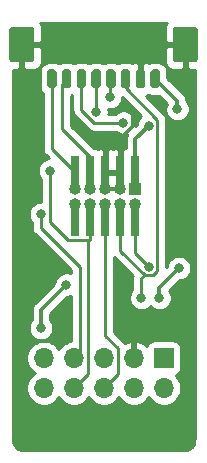
<source format=gbr>
%TF.GenerationSoftware,KiCad,Pcbnew,5.1.10*%
%TF.CreationDate,2021-08-08T15:42:29+02:00*%
%TF.ProjectId,debugconn,64656275-6763-46f6-9e6e-2e6b69636164,rev?*%
%TF.SameCoordinates,Original*%
%TF.FileFunction,Copper,L1,Top*%
%TF.FilePolarity,Positive*%
%FSLAX46Y46*%
G04 Gerber Fmt 4.6, Leading zero omitted, Abs format (unit mm)*
G04 Created by KiCad (PCBNEW 5.1.10) date 2021-08-08 15:42:29*
%MOMM*%
%LPD*%
G01*
G04 APERTURE LIST*
%TA.AperFunction,ComponentPad*%
%ADD10O,1.000000X1.000000*%
%TD*%
%TA.AperFunction,ComponentPad*%
%ADD11R,1.000000X1.000000*%
%TD*%
%TA.AperFunction,SMDPad,CuDef*%
%ADD12R,0.740000X2.790000*%
%TD*%
%TA.AperFunction,ComponentPad*%
%ADD13O,1.700000X1.700000*%
%TD*%
%TA.AperFunction,ComponentPad*%
%ADD14R,1.700000X1.700000*%
%TD*%
%TA.AperFunction,ViaPad*%
%ADD15C,0.800000*%
%TD*%
%TA.AperFunction,Conductor*%
%ADD16C,0.250000*%
%TD*%
%TA.AperFunction,Conductor*%
%ADD17C,0.300000*%
%TD*%
%TA.AperFunction,Conductor*%
%ADD18C,0.254000*%
%TD*%
%TA.AperFunction,Conductor*%
%ADD19C,0.100000*%
%TD*%
G04 APERTURE END LIST*
D10*
%TO.P,J2,10*%
%TO.N,/~RESET~*%
X153035000Y-76835000D03*
%TO.P,J2,9*%
%TO.N,/UNK2_GNDdetect*%
X153035000Y-75565000D03*
%TO.P,J2,8*%
%TO.N,/TDI*%
X154305000Y-76835000D03*
%TO.P,J2,7*%
%TO.N,/UNK1_KEY*%
X154305000Y-75565000D03*
%TO.P,J2,6*%
%TO.N,/SWO_TDO*%
X155575000Y-76835000D03*
%TO.P,J2,5*%
%TO.N,/GND*%
X155575000Y-75565000D03*
%TO.P,J2,4*%
%TO.N,/SWCLK_TCK*%
X156845000Y-76835000D03*
%TO.P,J2,3*%
%TO.N,/GND*%
X156845000Y-75565000D03*
%TO.P,J2,2*%
%TO.N,/SWDIO_TMS*%
X158115000Y-76835000D03*
D11*
%TO.P,J2,1*%
%TO.N,/VCC*%
X158115000Y-75565000D03*
%TD*%
D12*
%TO.P,J4,1*%
%TO.N,/VCC*%
X158115000Y-74165000D03*
%TO.P,J4,2*%
%TO.N,/SWDIO_TMS*%
X158115000Y-78235000D03*
%TO.P,J4,3*%
%TO.N,/GND*%
X156845000Y-74165000D03*
%TO.P,J4,4*%
%TO.N,/SWCLK_TCK*%
X156845000Y-78235000D03*
%TO.P,J4,5*%
%TO.N,/GND*%
X155575000Y-74165000D03*
%TO.P,J4,6*%
%TO.N,/SWO_TDO*%
X155575000Y-78235000D03*
%TO.P,J4,7*%
%TO.N,/UNK1_KEY*%
X154305000Y-74165000D03*
%TO.P,J4,8*%
%TO.N,/TDI*%
X154305000Y-78235000D03*
%TO.P,J4,9*%
%TO.N,/UNK2_GNDdetect*%
X153035000Y-74165000D03*
%TO.P,J4,10*%
%TO.N,/~RESET~*%
X153035000Y-78235000D03*
%TD*%
%TO.P,J3,MP*%
%TO.N,/GND*%
%TA.AperFunction,SMDPad,CuDef*%
G36*
G01*
X149546000Y-62125900D02*
X149546000Y-64626100D01*
G75*
G02*
X149296100Y-64876000I-249900J0D01*
G01*
X147695900Y-64876000D01*
G75*
G02*
X147446000Y-64626100I0J249900D01*
G01*
X147446000Y-62125900D01*
G75*
G02*
X147695900Y-61876000I249900J0D01*
G01*
X149296100Y-61876000D01*
G75*
G02*
X149546000Y-62125900I0J-249900D01*
G01*
G37*
%TD.AperFunction*%
%TA.AperFunction,SMDPad,CuDef*%
G36*
G01*
X163396000Y-62125900D02*
X163396000Y-64626100D01*
G75*
G02*
X163146100Y-64876000I-249900J0D01*
G01*
X161545900Y-64876000D01*
G75*
G02*
X161296000Y-64626100I0J249900D01*
G01*
X161296000Y-62125900D01*
G75*
G02*
X161545900Y-61876000I249900J0D01*
G01*
X163146100Y-61876000D01*
G75*
G02*
X163396000Y-62125900I0J-249900D01*
G01*
G37*
%TD.AperFunction*%
%TO.P,J3,8*%
%TO.N,/UNK2_GNDdetect*%
%TA.AperFunction,SMDPad,CuDef*%
G36*
G01*
X151446000Y-65676000D02*
X151446000Y-66876000D01*
G75*
G02*
X151246000Y-67076000I-200000J0D01*
G01*
X150846000Y-67076000D01*
G75*
G02*
X150646000Y-66876000I0J200000D01*
G01*
X150646000Y-65676000D01*
G75*
G02*
X150846000Y-65476000I200000J0D01*
G01*
X151246000Y-65476000D01*
G75*
G02*
X151446000Y-65676000I0J-200000D01*
G01*
G37*
%TD.AperFunction*%
%TO.P,J3,7*%
%TO.N,/UNK1_KEY*%
%TA.AperFunction,SMDPad,CuDef*%
G36*
G01*
X152696000Y-65676000D02*
X152696000Y-66876000D01*
G75*
G02*
X152496000Y-67076000I-200000J0D01*
G01*
X152096000Y-67076000D01*
G75*
G02*
X151896000Y-66876000I0J200000D01*
G01*
X151896000Y-65676000D01*
G75*
G02*
X152096000Y-65476000I200000J0D01*
G01*
X152496000Y-65476000D01*
G75*
G02*
X152696000Y-65676000I0J-200000D01*
G01*
G37*
%TD.AperFunction*%
%TO.P,J3,6*%
%TO.N,/SWDIO_TMS*%
%TA.AperFunction,SMDPad,CuDef*%
G36*
G01*
X153946000Y-65676000D02*
X153946000Y-66876000D01*
G75*
G02*
X153746000Y-67076000I-200000J0D01*
G01*
X153346000Y-67076000D01*
G75*
G02*
X153146000Y-66876000I0J200000D01*
G01*
X153146000Y-65676000D01*
G75*
G02*
X153346000Y-65476000I200000J0D01*
G01*
X153746000Y-65476000D01*
G75*
G02*
X153946000Y-65676000I0J-200000D01*
G01*
G37*
%TD.AperFunction*%
%TO.P,J3,5*%
%TO.N,/SWO_TDO*%
%TA.AperFunction,SMDPad,CuDef*%
G36*
G01*
X155196000Y-65676000D02*
X155196000Y-66876000D01*
G75*
G02*
X154996000Y-67076000I-200000J0D01*
G01*
X154596000Y-67076000D01*
G75*
G02*
X154396000Y-66876000I0J200000D01*
G01*
X154396000Y-65676000D01*
G75*
G02*
X154596000Y-65476000I200000J0D01*
G01*
X154996000Y-65476000D01*
G75*
G02*
X155196000Y-65676000I0J-200000D01*
G01*
G37*
%TD.AperFunction*%
%TO.P,J3,4*%
%TO.N,/TDI*%
%TA.AperFunction,SMDPad,CuDef*%
G36*
G01*
X156446000Y-65676000D02*
X156446000Y-66876000D01*
G75*
G02*
X156246000Y-67076000I-200000J0D01*
G01*
X155846000Y-67076000D01*
G75*
G02*
X155646000Y-66876000I0J200000D01*
G01*
X155646000Y-65676000D01*
G75*
G02*
X155846000Y-65476000I200000J0D01*
G01*
X156246000Y-65476000D01*
G75*
G02*
X156446000Y-65676000I0J-200000D01*
G01*
G37*
%TD.AperFunction*%
%TO.P,J3,3*%
%TO.N,/SWCLK_TCK*%
%TA.AperFunction,SMDPad,CuDef*%
G36*
G01*
X157696000Y-65676000D02*
X157696000Y-66876000D01*
G75*
G02*
X157496000Y-67076000I-200000J0D01*
G01*
X157096000Y-67076000D01*
G75*
G02*
X156896000Y-66876000I0J200000D01*
G01*
X156896000Y-65676000D01*
G75*
G02*
X157096000Y-65476000I200000J0D01*
G01*
X157496000Y-65476000D01*
G75*
G02*
X157696000Y-65676000I0J-200000D01*
G01*
G37*
%TD.AperFunction*%
%TO.P,J3,2*%
%TO.N,/GND*%
%TA.AperFunction,SMDPad,CuDef*%
G36*
G01*
X158946000Y-65676000D02*
X158946000Y-66876000D01*
G75*
G02*
X158746000Y-67076000I-200000J0D01*
G01*
X158346000Y-67076000D01*
G75*
G02*
X158146000Y-66876000I0J200000D01*
G01*
X158146000Y-65676000D01*
G75*
G02*
X158346000Y-65476000I200000J0D01*
G01*
X158746000Y-65476000D01*
G75*
G02*
X158946000Y-65676000I0J-200000D01*
G01*
G37*
%TD.AperFunction*%
%TO.P,J3,1*%
%TO.N,/VCC*%
%TA.AperFunction,SMDPad,CuDef*%
G36*
G01*
X160196000Y-65676000D02*
X160196000Y-66876000D01*
G75*
G02*
X159996000Y-67076000I-200000J0D01*
G01*
X159596000Y-67076000D01*
G75*
G02*
X159396000Y-66876000I0J200000D01*
G01*
X159396000Y-65676000D01*
G75*
G02*
X159596000Y-65476000I200000J0D01*
G01*
X159996000Y-65476000D01*
G75*
G02*
X160196000Y-65676000I0J-200000D01*
G01*
G37*
%TD.AperFunction*%
%TD*%
D13*
%TO.P,J1,10*%
%TO.N,/~RESET~*%
X150368000Y-92456000D03*
%TO.P,J1,9*%
%TO.N,/UNK2_GNDdetect*%
X150368000Y-89916000D03*
%TO.P,J1,8*%
%TO.N,/TDI*%
X152908000Y-92456000D03*
%TO.P,J1,7*%
%TO.N,/UNK1_KEY*%
X152908000Y-89916000D03*
%TO.P,J1,6*%
%TO.N,/SWO_TDO*%
X155448000Y-92456000D03*
%TO.P,J1,5*%
%TO.N,/GND*%
X155448000Y-89916000D03*
%TO.P,J1,4*%
%TO.N,/SWCLK_TCK*%
X157988000Y-92456000D03*
%TO.P,J1,3*%
%TO.N,/GND*%
X157988000Y-89916000D03*
%TO.P,J1,2*%
%TO.N,/SWDIO_TMS*%
X160528000Y-92456000D03*
D14*
%TO.P,J1,1*%
%TO.N,/VCC*%
X160528000Y-89916000D03*
%TD*%
D15*
%TO.N,/VCC*%
X152273000Y-83693000D03*
%TO.N,/GND*%
X157353000Y-68580000D03*
%TO.N,/SWDIO_TMS*%
X157099000Y-69977000D03*
%TO.N,/TDI*%
X150876000Y-74041000D03*
X155956000Y-67818000D03*
%TO.N,/UNK1_KEY*%
X150114000Y-77724000D03*
%TO.N,/SWO_TDO*%
X154813000Y-69088000D03*
%TO.N,/GND*%
X160528000Y-68453000D03*
X149987000Y-68961000D03*
%TO.N,/SWDIO_TMS*%
X159258000Y-82169000D03*
%TO.N,/VCC*%
X161671000Y-68834000D03*
X159258000Y-70231000D03*
%TO.N,/SWCLK_TCK*%
X158623000Y-84836000D03*
%TO.N,/VCC*%
X160147000Y-84836000D03*
X161798000Y-82296000D03*
X150114000Y-87376000D03*
%TO.N,/GND*%
X153035000Y-70231000D03*
%TD*%
D16*
%TO.N,/~RESET~*%
X153035000Y-76835000D02*
X153035000Y-78235000D01*
%TO.N,/UNK2_GNDdetect*%
X153035000Y-74165000D02*
X153035000Y-75565000D01*
X151046000Y-72176000D02*
X151046000Y-66276000D01*
X153035000Y-74165000D02*
X151046000Y-72176000D01*
%TO.N,/TDI*%
X154305000Y-76835000D02*
X154305000Y-76708000D01*
X154305000Y-76708000D02*
X154305000Y-78235000D01*
X150876000Y-74041000D02*
X150876000Y-74041000D01*
X154229999Y-79955001D02*
X154305000Y-79880000D01*
X152404999Y-79955001D02*
X154229999Y-79955001D01*
X150876000Y-78426002D02*
X152404999Y-79955001D01*
X154305000Y-79880000D02*
X154305000Y-78235000D01*
X150876000Y-74041000D02*
X150876000Y-78426002D01*
X154083001Y-91280999D02*
X154083001Y-80042001D01*
X152908000Y-92456000D02*
X154083001Y-91280999D01*
X155956000Y-66366000D02*
X156046000Y-66276000D01*
X155956000Y-67818000D02*
X155956000Y-66366000D01*
%TO.N,/UNK1_KEY*%
X154305000Y-75565000D02*
X154305000Y-74165000D01*
X151896000Y-66676000D02*
X152296000Y-66276000D01*
X151896000Y-70489000D02*
X151896000Y-66676000D01*
X154305000Y-72898000D02*
X151896000Y-70489000D01*
X154305000Y-74165000D02*
X154305000Y-72898000D01*
X153416000Y-82169000D02*
X153416000Y-89408000D01*
X153416000Y-89408000D02*
X152908000Y-89916000D01*
X150114000Y-78867000D02*
X150114000Y-77724000D01*
X153416000Y-82169000D02*
X150114000Y-78867000D01*
%TO.N,/SWO_TDO*%
X155575000Y-76835000D02*
X155575000Y-78235000D01*
X154813000Y-66293000D02*
X154796000Y-66276000D01*
X154813000Y-69088000D02*
X154813000Y-66293000D01*
X155575000Y-78235000D02*
X155575000Y-88049998D01*
X155448000Y-92456000D02*
X156623001Y-91280999D01*
X156623001Y-91280999D02*
X156623001Y-89097999D01*
X156623001Y-89097999D02*
X155575000Y-88049998D01*
D17*
%TO.N,/GND*%
X156845000Y-74165000D02*
X156845000Y-75565000D01*
X155575000Y-74165000D02*
X155575000Y-75565000D01*
X156845000Y-75565000D02*
X155575000Y-75565000D01*
X156845000Y-74165000D02*
X155575000Y-74165000D01*
D16*
%TO.N,/SWCLK_TCK*%
X156845000Y-76835000D02*
X156845000Y-78235000D01*
X159983001Y-82517001D02*
X159983001Y-69763001D01*
X159606001Y-82894001D02*
X159983001Y-82517001D01*
X159983001Y-69763001D02*
X157296000Y-67076000D01*
X157296000Y-67076000D02*
X157296000Y-66276000D01*
X156845000Y-80829002D02*
X158909999Y-82894001D01*
X156845000Y-78235000D02*
X156845000Y-80829002D01*
%TO.N,/SWDIO_TMS*%
X158115000Y-78235000D02*
X158115000Y-76835000D01*
X158115000Y-78235000D02*
X158115000Y-81026000D01*
X158115000Y-81026000D02*
X159258000Y-82169000D01*
X159258000Y-82169000D02*
X159258000Y-82169000D01*
X153546000Y-68894002D02*
X153546000Y-66276000D01*
X154647997Y-69995999D02*
X153546000Y-68894002D01*
X157080001Y-69995999D02*
X154647997Y-69995999D01*
D17*
%TO.N,/VCC*%
X158115000Y-74165000D02*
X158115000Y-75565000D01*
X161671000Y-68151000D02*
X159796000Y-66276000D01*
X161671000Y-68834000D02*
X161671000Y-68151000D01*
X158115000Y-74165000D02*
X158115000Y-71374000D01*
X158115000Y-71374000D02*
X159258000Y-70231000D01*
X159258000Y-70231000D02*
X159258000Y-70231000D01*
D16*
%TO.N,/SWCLK_TCK*%
X158623000Y-83181000D02*
X158909999Y-82894001D01*
X158623000Y-84836000D02*
X158623000Y-83181000D01*
X159606001Y-82894001D02*
X158909999Y-82894001D01*
D17*
%TO.N,/VCC*%
X160147000Y-83947000D02*
X161798000Y-82296000D01*
X160147000Y-84836000D02*
X160147000Y-83947000D01*
%TO.N,/GND*%
X157879999Y-70306003D02*
X157879999Y-69106999D01*
X157879999Y-69106999D02*
X157353000Y-68580000D01*
X156845000Y-71341002D02*
X157879999Y-70306003D01*
X156845000Y-74165000D02*
X156845000Y-71341002D01*
%TO.N,/VCC*%
X150114000Y-85852000D02*
X152273000Y-83693000D01*
X150114000Y-87376000D02*
X150114000Y-85852000D01*
%TD*%
D18*
%TO.N,/GND*%
X160765463Y-61521506D02*
X160706498Y-61631820D01*
X160670188Y-61751518D01*
X160657928Y-61876000D01*
X160661000Y-63090250D01*
X160819750Y-63249000D01*
X162219000Y-63249000D01*
X162219000Y-63229000D01*
X162473000Y-63229000D01*
X162473000Y-63249000D01*
X162493000Y-63249000D01*
X162493000Y-63503000D01*
X162473000Y-63503000D01*
X162473000Y-65352250D01*
X162631750Y-65511000D01*
X163145000Y-65513063D01*
X163145001Y-96725052D01*
X163124424Y-96821858D01*
X163123388Y-96831717D01*
X163101157Y-97058449D01*
X163055433Y-97209893D01*
X162981163Y-97349575D01*
X162881175Y-97472174D01*
X162759280Y-97573014D01*
X162620116Y-97648259D01*
X162468996Y-97695039D01*
X162242424Y-97718852D01*
X162219681Y-97723521D01*
X162165673Y-97729006D01*
X162129711Y-97740000D01*
X148765943Y-97740000D01*
X148669142Y-97719424D01*
X148659283Y-97718388D01*
X148432551Y-97696157D01*
X148281107Y-97650433D01*
X148141425Y-97576163D01*
X148018826Y-97476175D01*
X147917986Y-97354280D01*
X147842741Y-97215116D01*
X147795961Y-97063996D01*
X147772148Y-96837424D01*
X147767479Y-96814681D01*
X147761994Y-96760673D01*
X147751000Y-96724711D01*
X147751000Y-89769740D01*
X148883000Y-89769740D01*
X148883000Y-90062260D01*
X148940068Y-90349158D01*
X149052010Y-90619411D01*
X149214525Y-90862632D01*
X149421368Y-91069475D01*
X149595760Y-91186000D01*
X149421368Y-91302525D01*
X149214525Y-91509368D01*
X149052010Y-91752589D01*
X148940068Y-92022842D01*
X148883000Y-92309740D01*
X148883000Y-92602260D01*
X148940068Y-92889158D01*
X149052010Y-93159411D01*
X149214525Y-93402632D01*
X149421368Y-93609475D01*
X149664589Y-93771990D01*
X149934842Y-93883932D01*
X150221740Y-93941000D01*
X150514260Y-93941000D01*
X150801158Y-93883932D01*
X151071411Y-93771990D01*
X151314632Y-93609475D01*
X151521475Y-93402632D01*
X151638000Y-93228240D01*
X151754525Y-93402632D01*
X151961368Y-93609475D01*
X152204589Y-93771990D01*
X152474842Y-93883932D01*
X152761740Y-93941000D01*
X153054260Y-93941000D01*
X153341158Y-93883932D01*
X153611411Y-93771990D01*
X153854632Y-93609475D01*
X154061475Y-93402632D01*
X154178000Y-93228240D01*
X154294525Y-93402632D01*
X154501368Y-93609475D01*
X154744589Y-93771990D01*
X155014842Y-93883932D01*
X155301740Y-93941000D01*
X155594260Y-93941000D01*
X155881158Y-93883932D01*
X156151411Y-93771990D01*
X156394632Y-93609475D01*
X156601475Y-93402632D01*
X156718000Y-93228240D01*
X156834525Y-93402632D01*
X157041368Y-93609475D01*
X157284589Y-93771990D01*
X157554842Y-93883932D01*
X157841740Y-93941000D01*
X158134260Y-93941000D01*
X158421158Y-93883932D01*
X158691411Y-93771990D01*
X158934632Y-93609475D01*
X159141475Y-93402632D01*
X159258000Y-93228240D01*
X159374525Y-93402632D01*
X159581368Y-93609475D01*
X159824589Y-93771990D01*
X160094842Y-93883932D01*
X160381740Y-93941000D01*
X160674260Y-93941000D01*
X160961158Y-93883932D01*
X161231411Y-93771990D01*
X161474632Y-93609475D01*
X161681475Y-93402632D01*
X161843990Y-93159411D01*
X161955932Y-92889158D01*
X162013000Y-92602260D01*
X162013000Y-92309740D01*
X161955932Y-92022842D01*
X161843990Y-91752589D01*
X161681475Y-91509368D01*
X161549620Y-91377513D01*
X161622180Y-91355502D01*
X161732494Y-91296537D01*
X161829185Y-91217185D01*
X161908537Y-91120494D01*
X161967502Y-91010180D01*
X162003812Y-90890482D01*
X162016072Y-90766000D01*
X162016072Y-89066000D01*
X162003812Y-88941518D01*
X161967502Y-88821820D01*
X161908537Y-88711506D01*
X161829185Y-88614815D01*
X161732494Y-88535463D01*
X161622180Y-88476498D01*
X161502482Y-88440188D01*
X161378000Y-88427928D01*
X159678000Y-88427928D01*
X159553518Y-88440188D01*
X159433820Y-88476498D01*
X159323506Y-88535463D01*
X159226815Y-88614815D01*
X159147463Y-88711506D01*
X159088498Y-88821820D01*
X159064034Y-88902466D01*
X158988269Y-88818412D01*
X158754920Y-88644359D01*
X158492099Y-88519175D01*
X158344890Y-88474524D01*
X158115000Y-88595845D01*
X158115000Y-89789000D01*
X158135000Y-89789000D01*
X158135000Y-90043000D01*
X158115000Y-90043000D01*
X158115000Y-90063000D01*
X157861000Y-90063000D01*
X157861000Y-90043000D01*
X157841000Y-90043000D01*
X157841000Y-89789000D01*
X157861000Y-89789000D01*
X157861000Y-88595845D01*
X157631110Y-88474524D01*
X157483901Y-88519175D01*
X157230280Y-88639977D01*
X157163002Y-88557998D01*
X157134004Y-88534200D01*
X156335000Y-87735197D01*
X156335000Y-81393803D01*
X157897089Y-82955892D01*
X157873998Y-83032015D01*
X157859324Y-83181000D01*
X157863001Y-83218332D01*
X157863000Y-84132289D01*
X157819063Y-84176226D01*
X157705795Y-84345744D01*
X157627774Y-84534102D01*
X157588000Y-84734061D01*
X157588000Y-84937939D01*
X157627774Y-85137898D01*
X157705795Y-85326256D01*
X157819063Y-85495774D01*
X157963226Y-85639937D01*
X158132744Y-85753205D01*
X158321102Y-85831226D01*
X158521061Y-85871000D01*
X158724939Y-85871000D01*
X158924898Y-85831226D01*
X159113256Y-85753205D01*
X159282774Y-85639937D01*
X159385000Y-85537711D01*
X159487226Y-85639937D01*
X159656744Y-85753205D01*
X159845102Y-85831226D01*
X160045061Y-85871000D01*
X160248939Y-85871000D01*
X160448898Y-85831226D01*
X160637256Y-85753205D01*
X160806774Y-85639937D01*
X160950937Y-85495774D01*
X161064205Y-85326256D01*
X161142226Y-85137898D01*
X161182000Y-84937939D01*
X161182000Y-84734061D01*
X161142226Y-84534102D01*
X161064205Y-84345744D01*
X160981776Y-84222381D01*
X161873157Y-83331000D01*
X161899939Y-83331000D01*
X162099898Y-83291226D01*
X162288256Y-83213205D01*
X162457774Y-83099937D01*
X162601937Y-82955774D01*
X162715205Y-82786256D01*
X162793226Y-82597898D01*
X162833000Y-82397939D01*
X162833000Y-82194061D01*
X162793226Y-81994102D01*
X162715205Y-81805744D01*
X162601937Y-81636226D01*
X162457774Y-81492063D01*
X162288256Y-81378795D01*
X162099898Y-81300774D01*
X161899939Y-81261000D01*
X161696061Y-81261000D01*
X161496102Y-81300774D01*
X161307744Y-81378795D01*
X161138226Y-81492063D01*
X160994063Y-81636226D01*
X160880795Y-81805744D01*
X160802774Y-81994102D01*
X160763000Y-82194061D01*
X160763000Y-82220843D01*
X160743001Y-82240842D01*
X160743001Y-69800323D01*
X160746677Y-69763000D01*
X160743001Y-69725677D01*
X160743001Y-69725668D01*
X160732004Y-69614015D01*
X160688547Y-69470754D01*
X160617975Y-69338725D01*
X160523002Y-69223000D01*
X160494004Y-69199202D01*
X159003236Y-67708435D01*
X159070482Y-67701812D01*
X159190180Y-67665502D01*
X159246973Y-67635145D01*
X159275284Y-67650278D01*
X159432500Y-67697969D01*
X159596000Y-67714072D01*
X159996000Y-67714072D01*
X160112446Y-67702603D01*
X160753734Y-68343892D01*
X160675774Y-68532102D01*
X160636000Y-68732061D01*
X160636000Y-68935939D01*
X160675774Y-69135898D01*
X160753795Y-69324256D01*
X160867063Y-69493774D01*
X161011226Y-69637937D01*
X161180744Y-69751205D01*
X161369102Y-69829226D01*
X161569061Y-69869000D01*
X161772939Y-69869000D01*
X161972898Y-69829226D01*
X162161256Y-69751205D01*
X162330774Y-69637937D01*
X162474937Y-69493774D01*
X162588205Y-69324256D01*
X162666226Y-69135898D01*
X162706000Y-68935939D01*
X162706000Y-68732061D01*
X162666226Y-68532102D01*
X162588205Y-68343744D01*
X162474937Y-68174226D01*
X162459072Y-68158361D01*
X162459797Y-68150999D01*
X162456000Y-68112446D01*
X162456000Y-68112439D01*
X162444641Y-67997113D01*
X162399754Y-67849140D01*
X162326862Y-67712767D01*
X162228764Y-67593236D01*
X162198816Y-67568658D01*
X160834072Y-66203915D01*
X160834072Y-65676000D01*
X160817969Y-65512500D01*
X160770278Y-65355284D01*
X160692831Y-65210392D01*
X160588606Y-65083394D01*
X160461608Y-64979169D01*
X160316716Y-64901722D01*
X160231923Y-64876000D01*
X160657928Y-64876000D01*
X160670188Y-65000482D01*
X160706498Y-65120180D01*
X160765463Y-65230494D01*
X160844815Y-65327185D01*
X160941506Y-65406537D01*
X161051820Y-65465502D01*
X161171518Y-65501812D01*
X161296000Y-65514072D01*
X162060250Y-65511000D01*
X162219000Y-65352250D01*
X162219000Y-63503000D01*
X160819750Y-63503000D01*
X160661000Y-63661750D01*
X160657928Y-64876000D01*
X160231923Y-64876000D01*
X160159500Y-64854031D01*
X159996000Y-64837928D01*
X159596000Y-64837928D01*
X159432500Y-64854031D01*
X159275284Y-64901722D01*
X159246973Y-64916855D01*
X159190180Y-64886498D01*
X159070482Y-64850188D01*
X158946000Y-64837928D01*
X158831750Y-64841000D01*
X158673000Y-64999750D01*
X158673000Y-66149000D01*
X158693000Y-66149000D01*
X158693000Y-66403000D01*
X158673000Y-66403000D01*
X158673000Y-66423000D01*
X158419000Y-66423000D01*
X158419000Y-66403000D01*
X158399000Y-66403000D01*
X158399000Y-66149000D01*
X158419000Y-66149000D01*
X158419000Y-64999750D01*
X158260250Y-64841000D01*
X158146000Y-64837928D01*
X158021518Y-64850188D01*
X157901820Y-64886498D01*
X157845027Y-64916855D01*
X157816716Y-64901722D01*
X157659500Y-64854031D01*
X157496000Y-64837928D01*
X157096000Y-64837928D01*
X156932500Y-64854031D01*
X156775284Y-64901722D01*
X156671000Y-64957463D01*
X156566716Y-64901722D01*
X156409500Y-64854031D01*
X156246000Y-64837928D01*
X155846000Y-64837928D01*
X155682500Y-64854031D01*
X155525284Y-64901722D01*
X155421000Y-64957463D01*
X155316716Y-64901722D01*
X155159500Y-64854031D01*
X154996000Y-64837928D01*
X154596000Y-64837928D01*
X154432500Y-64854031D01*
X154275284Y-64901722D01*
X154171000Y-64957463D01*
X154066716Y-64901722D01*
X153909500Y-64854031D01*
X153746000Y-64837928D01*
X153346000Y-64837928D01*
X153182500Y-64854031D01*
X153025284Y-64901722D01*
X152921000Y-64957463D01*
X152816716Y-64901722D01*
X152659500Y-64854031D01*
X152496000Y-64837928D01*
X152096000Y-64837928D01*
X151932500Y-64854031D01*
X151775284Y-64901722D01*
X151671000Y-64957463D01*
X151566716Y-64901722D01*
X151409500Y-64854031D01*
X151246000Y-64837928D01*
X150846000Y-64837928D01*
X150682500Y-64854031D01*
X150525284Y-64901722D01*
X150380392Y-64979169D01*
X150253394Y-65083394D01*
X150149169Y-65210392D01*
X150071722Y-65355284D01*
X150024031Y-65512500D01*
X150007928Y-65676000D01*
X150007928Y-66876000D01*
X150024031Y-67039500D01*
X150071722Y-67196716D01*
X150149169Y-67341608D01*
X150253394Y-67468606D01*
X150286001Y-67495366D01*
X150286000Y-72138677D01*
X150282324Y-72176000D01*
X150286000Y-72213322D01*
X150286000Y-72213332D01*
X150296997Y-72324985D01*
X150307012Y-72357999D01*
X150340454Y-72468246D01*
X150411026Y-72600276D01*
X150448156Y-72645518D01*
X150505999Y-72716001D01*
X150535003Y-72739804D01*
X150801199Y-73006000D01*
X150774061Y-73006000D01*
X150574102Y-73045774D01*
X150385744Y-73123795D01*
X150216226Y-73237063D01*
X150072063Y-73381226D01*
X149958795Y-73550744D01*
X149880774Y-73739102D01*
X149841000Y-73939061D01*
X149841000Y-74142939D01*
X149880774Y-74342898D01*
X149958795Y-74531256D01*
X150072063Y-74700774D01*
X150116000Y-74744711D01*
X150116001Y-76689000D01*
X150012061Y-76689000D01*
X149812102Y-76728774D01*
X149623744Y-76806795D01*
X149454226Y-76920063D01*
X149310063Y-77064226D01*
X149196795Y-77233744D01*
X149118774Y-77422102D01*
X149079000Y-77622061D01*
X149079000Y-77825939D01*
X149118774Y-78025898D01*
X149196795Y-78214256D01*
X149310063Y-78383774D01*
X149354000Y-78427711D01*
X149354000Y-78829677D01*
X149350324Y-78867000D01*
X149354000Y-78904322D01*
X149354000Y-78904332D01*
X149364997Y-79015985D01*
X149378645Y-79060976D01*
X149408454Y-79159246D01*
X149479026Y-79291276D01*
X149499482Y-79316201D01*
X149573999Y-79407001D01*
X149603003Y-79430804D01*
X152656000Y-82483802D01*
X152656000Y-82731368D01*
X152574898Y-82697774D01*
X152374939Y-82658000D01*
X152171061Y-82658000D01*
X151971102Y-82697774D01*
X151782744Y-82775795D01*
X151613226Y-82889063D01*
X151469063Y-83033226D01*
X151355795Y-83202744D01*
X151277774Y-83391102D01*
X151238000Y-83591061D01*
X151238000Y-83617842D01*
X149586185Y-85269658D01*
X149556237Y-85294236D01*
X149531659Y-85324184D01*
X149531655Y-85324188D01*
X149529958Y-85326256D01*
X149458139Y-85413767D01*
X149427562Y-85470974D01*
X149385246Y-85550141D01*
X149340359Y-85698114D01*
X149325203Y-85852000D01*
X149329001Y-85890562D01*
X149329000Y-86697289D01*
X149310063Y-86716226D01*
X149196795Y-86885744D01*
X149118774Y-87074102D01*
X149079000Y-87274061D01*
X149079000Y-87477939D01*
X149118774Y-87677898D01*
X149196795Y-87866256D01*
X149310063Y-88035774D01*
X149454226Y-88179937D01*
X149623744Y-88293205D01*
X149812102Y-88371226D01*
X150012061Y-88411000D01*
X150215939Y-88411000D01*
X150415898Y-88371226D01*
X150604256Y-88293205D01*
X150773774Y-88179937D01*
X150917937Y-88035774D01*
X151031205Y-87866256D01*
X151109226Y-87677898D01*
X151149000Y-87477939D01*
X151149000Y-87274061D01*
X151109226Y-87074102D01*
X151031205Y-86885744D01*
X150917937Y-86716226D01*
X150899000Y-86697289D01*
X150899000Y-86177157D01*
X152348158Y-84728000D01*
X152374939Y-84728000D01*
X152574898Y-84688226D01*
X152656000Y-84654632D01*
X152656001Y-88452033D01*
X152474842Y-88488068D01*
X152204589Y-88600010D01*
X151961368Y-88762525D01*
X151754525Y-88969368D01*
X151638000Y-89143760D01*
X151521475Y-88969368D01*
X151314632Y-88762525D01*
X151071411Y-88600010D01*
X150801158Y-88488068D01*
X150514260Y-88431000D01*
X150221740Y-88431000D01*
X149934842Y-88488068D01*
X149664589Y-88600010D01*
X149421368Y-88762525D01*
X149214525Y-88969368D01*
X149052010Y-89212589D01*
X148940068Y-89482842D01*
X148883000Y-89769740D01*
X147751000Y-89769740D01*
X147751000Y-65512846D01*
X148210250Y-65511000D01*
X148369000Y-65352250D01*
X148369000Y-63503000D01*
X148623000Y-63503000D01*
X148623000Y-65352250D01*
X148781750Y-65511000D01*
X149546000Y-65514072D01*
X149670482Y-65501812D01*
X149790180Y-65465502D01*
X149900494Y-65406537D01*
X149997185Y-65327185D01*
X150076537Y-65230494D01*
X150135502Y-65120180D01*
X150171812Y-65000482D01*
X150184072Y-64876000D01*
X150181000Y-63661750D01*
X150022250Y-63503000D01*
X148623000Y-63503000D01*
X148369000Y-63503000D01*
X148349000Y-63503000D01*
X148349000Y-63249000D01*
X148369000Y-63249000D01*
X148369000Y-63229000D01*
X148623000Y-63229000D01*
X148623000Y-63249000D01*
X150022250Y-63249000D01*
X150181000Y-63090250D01*
X150184072Y-61876000D01*
X150171812Y-61751518D01*
X150135502Y-61631820D01*
X150076537Y-61521506D01*
X150073660Y-61518000D01*
X160768340Y-61518000D01*
X160765463Y-61521506D01*
%TA.AperFunction,Conductor*%
D19*
G36*
X160765463Y-61521506D02*
G01*
X160706498Y-61631820D01*
X160670188Y-61751518D01*
X160657928Y-61876000D01*
X160661000Y-63090250D01*
X160819750Y-63249000D01*
X162219000Y-63249000D01*
X162219000Y-63229000D01*
X162473000Y-63229000D01*
X162473000Y-63249000D01*
X162493000Y-63249000D01*
X162493000Y-63503000D01*
X162473000Y-63503000D01*
X162473000Y-65352250D01*
X162631750Y-65511000D01*
X163145000Y-65513063D01*
X163145001Y-96725052D01*
X163124424Y-96821858D01*
X163123388Y-96831717D01*
X163101157Y-97058449D01*
X163055433Y-97209893D01*
X162981163Y-97349575D01*
X162881175Y-97472174D01*
X162759280Y-97573014D01*
X162620116Y-97648259D01*
X162468996Y-97695039D01*
X162242424Y-97718852D01*
X162219681Y-97723521D01*
X162165673Y-97729006D01*
X162129711Y-97740000D01*
X148765943Y-97740000D01*
X148669142Y-97719424D01*
X148659283Y-97718388D01*
X148432551Y-97696157D01*
X148281107Y-97650433D01*
X148141425Y-97576163D01*
X148018826Y-97476175D01*
X147917986Y-97354280D01*
X147842741Y-97215116D01*
X147795961Y-97063996D01*
X147772148Y-96837424D01*
X147767479Y-96814681D01*
X147761994Y-96760673D01*
X147751000Y-96724711D01*
X147751000Y-89769740D01*
X148883000Y-89769740D01*
X148883000Y-90062260D01*
X148940068Y-90349158D01*
X149052010Y-90619411D01*
X149214525Y-90862632D01*
X149421368Y-91069475D01*
X149595760Y-91186000D01*
X149421368Y-91302525D01*
X149214525Y-91509368D01*
X149052010Y-91752589D01*
X148940068Y-92022842D01*
X148883000Y-92309740D01*
X148883000Y-92602260D01*
X148940068Y-92889158D01*
X149052010Y-93159411D01*
X149214525Y-93402632D01*
X149421368Y-93609475D01*
X149664589Y-93771990D01*
X149934842Y-93883932D01*
X150221740Y-93941000D01*
X150514260Y-93941000D01*
X150801158Y-93883932D01*
X151071411Y-93771990D01*
X151314632Y-93609475D01*
X151521475Y-93402632D01*
X151638000Y-93228240D01*
X151754525Y-93402632D01*
X151961368Y-93609475D01*
X152204589Y-93771990D01*
X152474842Y-93883932D01*
X152761740Y-93941000D01*
X153054260Y-93941000D01*
X153341158Y-93883932D01*
X153611411Y-93771990D01*
X153854632Y-93609475D01*
X154061475Y-93402632D01*
X154178000Y-93228240D01*
X154294525Y-93402632D01*
X154501368Y-93609475D01*
X154744589Y-93771990D01*
X155014842Y-93883932D01*
X155301740Y-93941000D01*
X155594260Y-93941000D01*
X155881158Y-93883932D01*
X156151411Y-93771990D01*
X156394632Y-93609475D01*
X156601475Y-93402632D01*
X156718000Y-93228240D01*
X156834525Y-93402632D01*
X157041368Y-93609475D01*
X157284589Y-93771990D01*
X157554842Y-93883932D01*
X157841740Y-93941000D01*
X158134260Y-93941000D01*
X158421158Y-93883932D01*
X158691411Y-93771990D01*
X158934632Y-93609475D01*
X159141475Y-93402632D01*
X159258000Y-93228240D01*
X159374525Y-93402632D01*
X159581368Y-93609475D01*
X159824589Y-93771990D01*
X160094842Y-93883932D01*
X160381740Y-93941000D01*
X160674260Y-93941000D01*
X160961158Y-93883932D01*
X161231411Y-93771990D01*
X161474632Y-93609475D01*
X161681475Y-93402632D01*
X161843990Y-93159411D01*
X161955932Y-92889158D01*
X162013000Y-92602260D01*
X162013000Y-92309740D01*
X161955932Y-92022842D01*
X161843990Y-91752589D01*
X161681475Y-91509368D01*
X161549620Y-91377513D01*
X161622180Y-91355502D01*
X161732494Y-91296537D01*
X161829185Y-91217185D01*
X161908537Y-91120494D01*
X161967502Y-91010180D01*
X162003812Y-90890482D01*
X162016072Y-90766000D01*
X162016072Y-89066000D01*
X162003812Y-88941518D01*
X161967502Y-88821820D01*
X161908537Y-88711506D01*
X161829185Y-88614815D01*
X161732494Y-88535463D01*
X161622180Y-88476498D01*
X161502482Y-88440188D01*
X161378000Y-88427928D01*
X159678000Y-88427928D01*
X159553518Y-88440188D01*
X159433820Y-88476498D01*
X159323506Y-88535463D01*
X159226815Y-88614815D01*
X159147463Y-88711506D01*
X159088498Y-88821820D01*
X159064034Y-88902466D01*
X158988269Y-88818412D01*
X158754920Y-88644359D01*
X158492099Y-88519175D01*
X158344890Y-88474524D01*
X158115000Y-88595845D01*
X158115000Y-89789000D01*
X158135000Y-89789000D01*
X158135000Y-90043000D01*
X158115000Y-90043000D01*
X158115000Y-90063000D01*
X157861000Y-90063000D01*
X157861000Y-90043000D01*
X157841000Y-90043000D01*
X157841000Y-89789000D01*
X157861000Y-89789000D01*
X157861000Y-88595845D01*
X157631110Y-88474524D01*
X157483901Y-88519175D01*
X157230280Y-88639977D01*
X157163002Y-88557998D01*
X157134004Y-88534200D01*
X156335000Y-87735197D01*
X156335000Y-81393803D01*
X157897089Y-82955892D01*
X157873998Y-83032015D01*
X157859324Y-83181000D01*
X157863001Y-83218332D01*
X157863000Y-84132289D01*
X157819063Y-84176226D01*
X157705795Y-84345744D01*
X157627774Y-84534102D01*
X157588000Y-84734061D01*
X157588000Y-84937939D01*
X157627774Y-85137898D01*
X157705795Y-85326256D01*
X157819063Y-85495774D01*
X157963226Y-85639937D01*
X158132744Y-85753205D01*
X158321102Y-85831226D01*
X158521061Y-85871000D01*
X158724939Y-85871000D01*
X158924898Y-85831226D01*
X159113256Y-85753205D01*
X159282774Y-85639937D01*
X159385000Y-85537711D01*
X159487226Y-85639937D01*
X159656744Y-85753205D01*
X159845102Y-85831226D01*
X160045061Y-85871000D01*
X160248939Y-85871000D01*
X160448898Y-85831226D01*
X160637256Y-85753205D01*
X160806774Y-85639937D01*
X160950937Y-85495774D01*
X161064205Y-85326256D01*
X161142226Y-85137898D01*
X161182000Y-84937939D01*
X161182000Y-84734061D01*
X161142226Y-84534102D01*
X161064205Y-84345744D01*
X160981776Y-84222381D01*
X161873157Y-83331000D01*
X161899939Y-83331000D01*
X162099898Y-83291226D01*
X162288256Y-83213205D01*
X162457774Y-83099937D01*
X162601937Y-82955774D01*
X162715205Y-82786256D01*
X162793226Y-82597898D01*
X162833000Y-82397939D01*
X162833000Y-82194061D01*
X162793226Y-81994102D01*
X162715205Y-81805744D01*
X162601937Y-81636226D01*
X162457774Y-81492063D01*
X162288256Y-81378795D01*
X162099898Y-81300774D01*
X161899939Y-81261000D01*
X161696061Y-81261000D01*
X161496102Y-81300774D01*
X161307744Y-81378795D01*
X161138226Y-81492063D01*
X160994063Y-81636226D01*
X160880795Y-81805744D01*
X160802774Y-81994102D01*
X160763000Y-82194061D01*
X160763000Y-82220843D01*
X160743001Y-82240842D01*
X160743001Y-69800323D01*
X160746677Y-69763000D01*
X160743001Y-69725677D01*
X160743001Y-69725668D01*
X160732004Y-69614015D01*
X160688547Y-69470754D01*
X160617975Y-69338725D01*
X160523002Y-69223000D01*
X160494004Y-69199202D01*
X159003236Y-67708435D01*
X159070482Y-67701812D01*
X159190180Y-67665502D01*
X159246973Y-67635145D01*
X159275284Y-67650278D01*
X159432500Y-67697969D01*
X159596000Y-67714072D01*
X159996000Y-67714072D01*
X160112446Y-67702603D01*
X160753734Y-68343892D01*
X160675774Y-68532102D01*
X160636000Y-68732061D01*
X160636000Y-68935939D01*
X160675774Y-69135898D01*
X160753795Y-69324256D01*
X160867063Y-69493774D01*
X161011226Y-69637937D01*
X161180744Y-69751205D01*
X161369102Y-69829226D01*
X161569061Y-69869000D01*
X161772939Y-69869000D01*
X161972898Y-69829226D01*
X162161256Y-69751205D01*
X162330774Y-69637937D01*
X162474937Y-69493774D01*
X162588205Y-69324256D01*
X162666226Y-69135898D01*
X162706000Y-68935939D01*
X162706000Y-68732061D01*
X162666226Y-68532102D01*
X162588205Y-68343744D01*
X162474937Y-68174226D01*
X162459072Y-68158361D01*
X162459797Y-68150999D01*
X162456000Y-68112446D01*
X162456000Y-68112439D01*
X162444641Y-67997113D01*
X162399754Y-67849140D01*
X162326862Y-67712767D01*
X162228764Y-67593236D01*
X162198816Y-67568658D01*
X160834072Y-66203915D01*
X160834072Y-65676000D01*
X160817969Y-65512500D01*
X160770278Y-65355284D01*
X160692831Y-65210392D01*
X160588606Y-65083394D01*
X160461608Y-64979169D01*
X160316716Y-64901722D01*
X160231923Y-64876000D01*
X160657928Y-64876000D01*
X160670188Y-65000482D01*
X160706498Y-65120180D01*
X160765463Y-65230494D01*
X160844815Y-65327185D01*
X160941506Y-65406537D01*
X161051820Y-65465502D01*
X161171518Y-65501812D01*
X161296000Y-65514072D01*
X162060250Y-65511000D01*
X162219000Y-65352250D01*
X162219000Y-63503000D01*
X160819750Y-63503000D01*
X160661000Y-63661750D01*
X160657928Y-64876000D01*
X160231923Y-64876000D01*
X160159500Y-64854031D01*
X159996000Y-64837928D01*
X159596000Y-64837928D01*
X159432500Y-64854031D01*
X159275284Y-64901722D01*
X159246973Y-64916855D01*
X159190180Y-64886498D01*
X159070482Y-64850188D01*
X158946000Y-64837928D01*
X158831750Y-64841000D01*
X158673000Y-64999750D01*
X158673000Y-66149000D01*
X158693000Y-66149000D01*
X158693000Y-66403000D01*
X158673000Y-66403000D01*
X158673000Y-66423000D01*
X158419000Y-66423000D01*
X158419000Y-66403000D01*
X158399000Y-66403000D01*
X158399000Y-66149000D01*
X158419000Y-66149000D01*
X158419000Y-64999750D01*
X158260250Y-64841000D01*
X158146000Y-64837928D01*
X158021518Y-64850188D01*
X157901820Y-64886498D01*
X157845027Y-64916855D01*
X157816716Y-64901722D01*
X157659500Y-64854031D01*
X157496000Y-64837928D01*
X157096000Y-64837928D01*
X156932500Y-64854031D01*
X156775284Y-64901722D01*
X156671000Y-64957463D01*
X156566716Y-64901722D01*
X156409500Y-64854031D01*
X156246000Y-64837928D01*
X155846000Y-64837928D01*
X155682500Y-64854031D01*
X155525284Y-64901722D01*
X155421000Y-64957463D01*
X155316716Y-64901722D01*
X155159500Y-64854031D01*
X154996000Y-64837928D01*
X154596000Y-64837928D01*
X154432500Y-64854031D01*
X154275284Y-64901722D01*
X154171000Y-64957463D01*
X154066716Y-64901722D01*
X153909500Y-64854031D01*
X153746000Y-64837928D01*
X153346000Y-64837928D01*
X153182500Y-64854031D01*
X153025284Y-64901722D01*
X152921000Y-64957463D01*
X152816716Y-64901722D01*
X152659500Y-64854031D01*
X152496000Y-64837928D01*
X152096000Y-64837928D01*
X151932500Y-64854031D01*
X151775284Y-64901722D01*
X151671000Y-64957463D01*
X151566716Y-64901722D01*
X151409500Y-64854031D01*
X151246000Y-64837928D01*
X150846000Y-64837928D01*
X150682500Y-64854031D01*
X150525284Y-64901722D01*
X150380392Y-64979169D01*
X150253394Y-65083394D01*
X150149169Y-65210392D01*
X150071722Y-65355284D01*
X150024031Y-65512500D01*
X150007928Y-65676000D01*
X150007928Y-66876000D01*
X150024031Y-67039500D01*
X150071722Y-67196716D01*
X150149169Y-67341608D01*
X150253394Y-67468606D01*
X150286001Y-67495366D01*
X150286000Y-72138677D01*
X150282324Y-72176000D01*
X150286000Y-72213322D01*
X150286000Y-72213332D01*
X150296997Y-72324985D01*
X150307012Y-72357999D01*
X150340454Y-72468246D01*
X150411026Y-72600276D01*
X150448156Y-72645518D01*
X150505999Y-72716001D01*
X150535003Y-72739804D01*
X150801199Y-73006000D01*
X150774061Y-73006000D01*
X150574102Y-73045774D01*
X150385744Y-73123795D01*
X150216226Y-73237063D01*
X150072063Y-73381226D01*
X149958795Y-73550744D01*
X149880774Y-73739102D01*
X149841000Y-73939061D01*
X149841000Y-74142939D01*
X149880774Y-74342898D01*
X149958795Y-74531256D01*
X150072063Y-74700774D01*
X150116000Y-74744711D01*
X150116001Y-76689000D01*
X150012061Y-76689000D01*
X149812102Y-76728774D01*
X149623744Y-76806795D01*
X149454226Y-76920063D01*
X149310063Y-77064226D01*
X149196795Y-77233744D01*
X149118774Y-77422102D01*
X149079000Y-77622061D01*
X149079000Y-77825939D01*
X149118774Y-78025898D01*
X149196795Y-78214256D01*
X149310063Y-78383774D01*
X149354000Y-78427711D01*
X149354000Y-78829677D01*
X149350324Y-78867000D01*
X149354000Y-78904322D01*
X149354000Y-78904332D01*
X149364997Y-79015985D01*
X149378645Y-79060976D01*
X149408454Y-79159246D01*
X149479026Y-79291276D01*
X149499482Y-79316201D01*
X149573999Y-79407001D01*
X149603003Y-79430804D01*
X152656000Y-82483802D01*
X152656000Y-82731368D01*
X152574898Y-82697774D01*
X152374939Y-82658000D01*
X152171061Y-82658000D01*
X151971102Y-82697774D01*
X151782744Y-82775795D01*
X151613226Y-82889063D01*
X151469063Y-83033226D01*
X151355795Y-83202744D01*
X151277774Y-83391102D01*
X151238000Y-83591061D01*
X151238000Y-83617842D01*
X149586185Y-85269658D01*
X149556237Y-85294236D01*
X149531659Y-85324184D01*
X149531655Y-85324188D01*
X149529958Y-85326256D01*
X149458139Y-85413767D01*
X149427562Y-85470974D01*
X149385246Y-85550141D01*
X149340359Y-85698114D01*
X149325203Y-85852000D01*
X149329001Y-85890562D01*
X149329000Y-86697289D01*
X149310063Y-86716226D01*
X149196795Y-86885744D01*
X149118774Y-87074102D01*
X149079000Y-87274061D01*
X149079000Y-87477939D01*
X149118774Y-87677898D01*
X149196795Y-87866256D01*
X149310063Y-88035774D01*
X149454226Y-88179937D01*
X149623744Y-88293205D01*
X149812102Y-88371226D01*
X150012061Y-88411000D01*
X150215939Y-88411000D01*
X150415898Y-88371226D01*
X150604256Y-88293205D01*
X150773774Y-88179937D01*
X150917937Y-88035774D01*
X151031205Y-87866256D01*
X151109226Y-87677898D01*
X151149000Y-87477939D01*
X151149000Y-87274061D01*
X151109226Y-87074102D01*
X151031205Y-86885744D01*
X150917937Y-86716226D01*
X150899000Y-86697289D01*
X150899000Y-86177157D01*
X152348158Y-84728000D01*
X152374939Y-84728000D01*
X152574898Y-84688226D01*
X152656000Y-84654632D01*
X152656001Y-88452033D01*
X152474842Y-88488068D01*
X152204589Y-88600010D01*
X151961368Y-88762525D01*
X151754525Y-88969368D01*
X151638000Y-89143760D01*
X151521475Y-88969368D01*
X151314632Y-88762525D01*
X151071411Y-88600010D01*
X150801158Y-88488068D01*
X150514260Y-88431000D01*
X150221740Y-88431000D01*
X149934842Y-88488068D01*
X149664589Y-88600010D01*
X149421368Y-88762525D01*
X149214525Y-88969368D01*
X149052010Y-89212589D01*
X148940068Y-89482842D01*
X148883000Y-89769740D01*
X147751000Y-89769740D01*
X147751000Y-65512846D01*
X148210250Y-65511000D01*
X148369000Y-65352250D01*
X148369000Y-63503000D01*
X148623000Y-63503000D01*
X148623000Y-65352250D01*
X148781750Y-65511000D01*
X149546000Y-65514072D01*
X149670482Y-65501812D01*
X149790180Y-65465502D01*
X149900494Y-65406537D01*
X149997185Y-65327185D01*
X150076537Y-65230494D01*
X150135502Y-65120180D01*
X150171812Y-65000482D01*
X150184072Y-64876000D01*
X150181000Y-63661750D01*
X150022250Y-63503000D01*
X148623000Y-63503000D01*
X148369000Y-63503000D01*
X148349000Y-63503000D01*
X148349000Y-63249000D01*
X148369000Y-63249000D01*
X148369000Y-63229000D01*
X148623000Y-63229000D01*
X148623000Y-63249000D01*
X150022250Y-63249000D01*
X150181000Y-63090250D01*
X150184072Y-61876000D01*
X150171812Y-61751518D01*
X150135502Y-61631820D01*
X150076537Y-61521506D01*
X150073660Y-61518000D01*
X160768340Y-61518000D01*
X160765463Y-61521506D01*
G37*
%TD.AperFunction*%
D18*
X155575000Y-89789000D02*
X155595000Y-89789000D01*
X155595000Y-90043000D01*
X155575000Y-90043000D01*
X155575000Y-90063000D01*
X155321000Y-90063000D01*
X155321000Y-90043000D01*
X155301000Y-90043000D01*
X155301000Y-89789000D01*
X155321000Y-89789000D01*
X155321000Y-89769000D01*
X155575000Y-89769000D01*
X155575000Y-89789000D01*
%TA.AperFunction,Conductor*%
D19*
G36*
X155575000Y-89789000D02*
G01*
X155595000Y-89789000D01*
X155595000Y-90043000D01*
X155575000Y-90043000D01*
X155575000Y-90063000D01*
X155321000Y-90063000D01*
X155321000Y-90043000D01*
X155301000Y-90043000D01*
X155301000Y-89789000D01*
X155321000Y-89789000D01*
X155321000Y-89769000D01*
X155575000Y-89769000D01*
X155575000Y-89789000D01*
G37*
%TD.AperFunction*%
D18*
X152786000Y-68856679D02*
X152782324Y-68894002D01*
X152786000Y-68931324D01*
X152786000Y-68931334D01*
X152796997Y-69042987D01*
X152840454Y-69186248D01*
X152911026Y-69318278D01*
X152927806Y-69338724D01*
X153005999Y-69434003D01*
X153035002Y-69457806D01*
X154084198Y-70507002D01*
X154107996Y-70536000D01*
X154136994Y-70559798D01*
X154223720Y-70630973D01*
X154295299Y-70669233D01*
X154355750Y-70701545D01*
X154499011Y-70745002D01*
X154610664Y-70755999D01*
X154610673Y-70755999D01*
X154647996Y-70759675D01*
X154685319Y-70755999D01*
X156414288Y-70755999D01*
X156439226Y-70780937D01*
X156608744Y-70894205D01*
X156797102Y-70972226D01*
X156997061Y-71012000D01*
X157200939Y-71012000D01*
X157400898Y-70972226D01*
X157450671Y-70951609D01*
X157424805Y-71000002D01*
X157386246Y-71072141D01*
X157341359Y-71220114D01*
X157326203Y-71374000D01*
X157330001Y-71412563D01*
X157330001Y-72143254D01*
X157215000Y-72131928D01*
X157130750Y-72135000D01*
X156972000Y-72293750D01*
X156972000Y-74038000D01*
X156992000Y-74038000D01*
X156992000Y-74292000D01*
X156972000Y-74292000D01*
X156972000Y-74312000D01*
X156718000Y-74312000D01*
X156718000Y-74292000D01*
X155702000Y-74292000D01*
X155702000Y-74312000D01*
X155448000Y-74312000D01*
X155448000Y-74292000D01*
X155428000Y-74292000D01*
X155428000Y-74038000D01*
X155448000Y-74038000D01*
X155448000Y-72293750D01*
X155702000Y-72293750D01*
X155702000Y-74038000D01*
X156718000Y-74038000D01*
X156718000Y-72293750D01*
X156559250Y-72135000D01*
X156475000Y-72131928D01*
X156350518Y-72144188D01*
X156230820Y-72180498D01*
X156210000Y-72191627D01*
X156189180Y-72180498D01*
X156069482Y-72144188D01*
X155945000Y-72131928D01*
X155860750Y-72135000D01*
X155702000Y-72293750D01*
X155448000Y-72293750D01*
X155289250Y-72135000D01*
X155205000Y-72131928D01*
X155080518Y-72144188D01*
X154960820Y-72180498D01*
X154940000Y-72191627D01*
X154919180Y-72180498D01*
X154799482Y-72144188D01*
X154675000Y-72131928D01*
X154613731Y-72131928D01*
X152656000Y-70174199D01*
X152656000Y-67698314D01*
X152659500Y-67697969D01*
X152786000Y-67659595D01*
X152786000Y-68856679D01*
%TA.AperFunction,Conductor*%
D19*
G36*
X152786000Y-68856679D02*
G01*
X152782324Y-68894002D01*
X152786000Y-68931324D01*
X152786000Y-68931334D01*
X152796997Y-69042987D01*
X152840454Y-69186248D01*
X152911026Y-69318278D01*
X152927806Y-69338724D01*
X153005999Y-69434003D01*
X153035002Y-69457806D01*
X154084198Y-70507002D01*
X154107996Y-70536000D01*
X154136994Y-70559798D01*
X154223720Y-70630973D01*
X154295299Y-70669233D01*
X154355750Y-70701545D01*
X154499011Y-70745002D01*
X154610664Y-70755999D01*
X154610673Y-70755999D01*
X154647996Y-70759675D01*
X154685319Y-70755999D01*
X156414288Y-70755999D01*
X156439226Y-70780937D01*
X156608744Y-70894205D01*
X156797102Y-70972226D01*
X156997061Y-71012000D01*
X157200939Y-71012000D01*
X157400898Y-70972226D01*
X157450671Y-70951609D01*
X157424805Y-71000002D01*
X157386246Y-71072141D01*
X157341359Y-71220114D01*
X157326203Y-71374000D01*
X157330001Y-71412563D01*
X157330001Y-72143254D01*
X157215000Y-72131928D01*
X157130750Y-72135000D01*
X156972000Y-72293750D01*
X156972000Y-74038000D01*
X156992000Y-74038000D01*
X156992000Y-74292000D01*
X156972000Y-74292000D01*
X156972000Y-74312000D01*
X156718000Y-74312000D01*
X156718000Y-74292000D01*
X155702000Y-74292000D01*
X155702000Y-74312000D01*
X155448000Y-74312000D01*
X155448000Y-74292000D01*
X155428000Y-74292000D01*
X155428000Y-74038000D01*
X155448000Y-74038000D01*
X155448000Y-72293750D01*
X155702000Y-72293750D01*
X155702000Y-74038000D01*
X156718000Y-74038000D01*
X156718000Y-72293750D01*
X156559250Y-72135000D01*
X156475000Y-72131928D01*
X156350518Y-72144188D01*
X156230820Y-72180498D01*
X156210000Y-72191627D01*
X156189180Y-72180498D01*
X156069482Y-72144188D01*
X155945000Y-72131928D01*
X155860750Y-72135000D01*
X155702000Y-72293750D01*
X155448000Y-72293750D01*
X155289250Y-72135000D01*
X155205000Y-72131928D01*
X155080518Y-72144188D01*
X154960820Y-72180498D01*
X154940000Y-72191627D01*
X154919180Y-72180498D01*
X154799482Y-72144188D01*
X154675000Y-72131928D01*
X154613731Y-72131928D01*
X152656000Y-70174199D01*
X152656000Y-67698314D01*
X152659500Y-67697969D01*
X152786000Y-67659595D01*
X152786000Y-68856679D01*
G37*
%TD.AperFunction*%
D18*
X158585244Y-69440045D02*
X158454063Y-69571226D01*
X158340795Y-69740744D01*
X158262774Y-69929102D01*
X158223000Y-70129061D01*
X158223000Y-70155842D01*
X158090182Y-70288660D01*
X158094226Y-70278898D01*
X158134000Y-70078939D01*
X158134000Y-69875061D01*
X158094226Y-69675102D01*
X158016205Y-69486744D01*
X157902937Y-69317226D01*
X157758774Y-69173063D01*
X157589256Y-69059795D01*
X157400898Y-68981774D01*
X157200939Y-68942000D01*
X156997061Y-68942000D01*
X156797102Y-68981774D01*
X156608744Y-69059795D01*
X156439226Y-69173063D01*
X156376290Y-69235999D01*
X155838838Y-69235999D01*
X155848000Y-69189939D01*
X155848000Y-68986061D01*
X155820193Y-68846263D01*
X155854061Y-68853000D01*
X156057939Y-68853000D01*
X156257898Y-68813226D01*
X156446256Y-68735205D01*
X156615774Y-68621937D01*
X156759937Y-68477774D01*
X156873205Y-68308256D01*
X156951226Y-68119898D01*
X156991000Y-67919939D01*
X156991000Y-67845801D01*
X158585244Y-69440045D01*
%TA.AperFunction,Conductor*%
D19*
G36*
X158585244Y-69440045D02*
G01*
X158454063Y-69571226D01*
X158340795Y-69740744D01*
X158262774Y-69929102D01*
X158223000Y-70129061D01*
X158223000Y-70155842D01*
X158090182Y-70288660D01*
X158094226Y-70278898D01*
X158134000Y-70078939D01*
X158134000Y-69875061D01*
X158094226Y-69675102D01*
X158016205Y-69486744D01*
X157902937Y-69317226D01*
X157758774Y-69173063D01*
X157589256Y-69059795D01*
X157400898Y-68981774D01*
X157200939Y-68942000D01*
X156997061Y-68942000D01*
X156797102Y-68981774D01*
X156608744Y-69059795D01*
X156439226Y-69173063D01*
X156376290Y-69235999D01*
X155838838Y-69235999D01*
X155848000Y-69189939D01*
X155848000Y-68986061D01*
X155820193Y-68846263D01*
X155854061Y-68853000D01*
X156057939Y-68853000D01*
X156257898Y-68813226D01*
X156446256Y-68735205D01*
X156615774Y-68621937D01*
X156759937Y-68477774D01*
X156873205Y-68308256D01*
X156951226Y-68119898D01*
X156991000Y-67919939D01*
X156991000Y-67845801D01*
X158585244Y-69440045D01*
G37*
%TD.AperFunction*%
%TD*%
M02*

</source>
